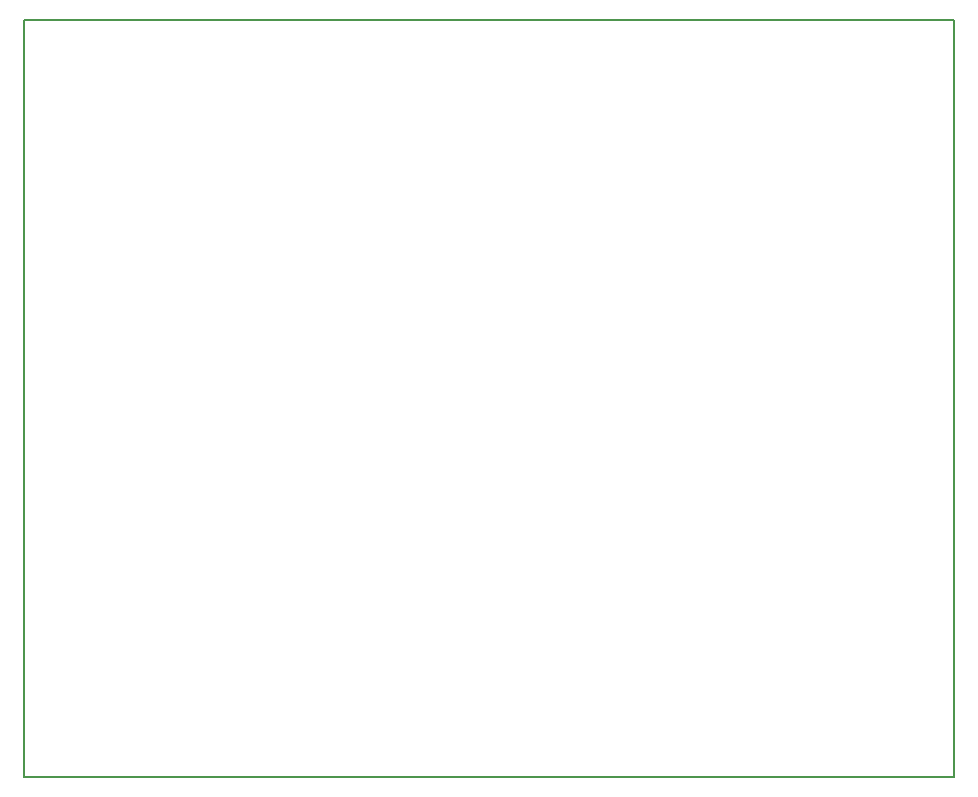
<source format=gbr>
G04 #@! TF.GenerationSoftware,KiCad,Pcbnew,(5.1.2)-1*
G04 #@! TF.CreationDate,2019-05-29T19:35:45+02:00*
G04 #@! TF.ProjectId,cy8ckit-059_grbl_board,63793863-6b69-4742-9d30-35395f677262,rev?*
G04 #@! TF.SameCoordinates,PX3034550PY7c44030*
G04 #@! TF.FileFunction,Profile,NP*
%FSLAX46Y46*%
G04 Gerber Fmt 4.6, Leading zero omitted, Abs format (unit mm)*
G04 Created by KiCad (PCBNEW (5.1.2)-1) date 2019-05-29 19:35:45*
%MOMM*%
%LPD*%
G04 APERTURE LIST*
%ADD10C,0.150000*%
G04 APERTURE END LIST*
D10*
X24458541Y77482933D02*
X103198541Y77482933D01*
X24458541Y77482933D02*
X24458541Y13347933D01*
X24458541Y13347933D02*
X103198541Y13347933D01*
X103198541Y77482933D02*
X103198541Y13347933D01*
M02*

</source>
